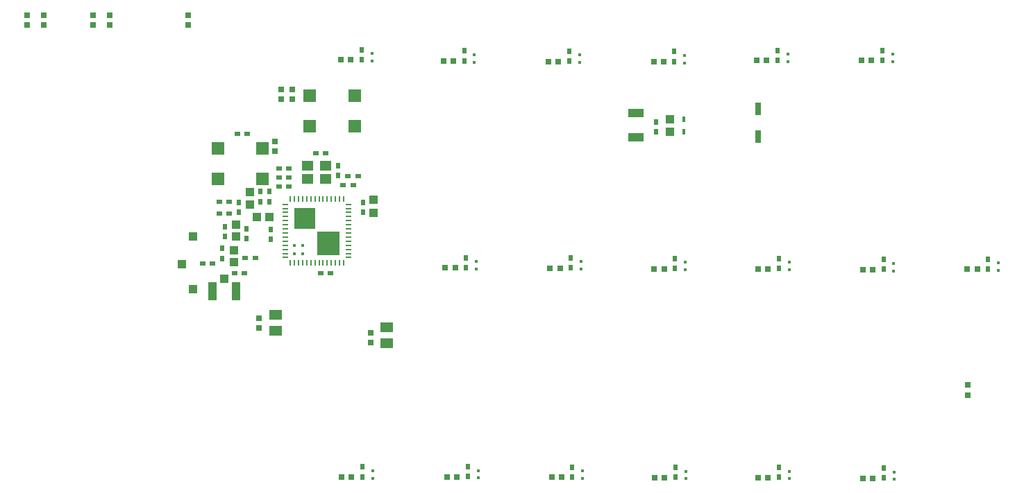
<source format=gbp>
G04 Layer_Color=128*
%FSLAX25Y25*%
%MOIN*%
G70*
G01*
G75*
%ADD62R,0.03937X0.03937*%
%ADD63R,0.02756X0.03150*%
%ADD64R,0.01575X0.01181*%
%ADD65R,0.03150X0.02756*%
%ADD66R,0.02362X0.03150*%
%ADD67R,0.05906X0.05118*%
%ADD68R,0.03150X0.02362*%
%ADD69R,0.04331X0.03937*%
%ADD70R,0.03937X0.04331*%
%ADD71R,0.05906X0.05906*%
%ADD72R,0.01378X0.01378*%
%ADD73R,0.10315X0.10315*%
%ADD74O,0.00984X0.02835*%
%ADD75O,0.02835X0.00984*%
%ADD76R,0.10906X0.11417*%
%ADD77R,0.05512X0.04724*%
%ADD78R,0.03150X0.06299*%
%ADD79R,0.01575X0.02559*%
%ADD80R,0.07480X0.03937*%
%ADD81R,0.04134X0.08661*%
%ADD82R,0.03937X0.04134*%
D62*
X-148740Y-8780D02*
D03*
Y16720D02*
D03*
X-154239Y3220D02*
D03*
X-62172Y34266D02*
D03*
Y27967D02*
D03*
X80020Y66831D02*
D03*
Y73130D02*
D03*
D63*
X223228Y-59547D02*
D03*
Y-54823D02*
D03*
X-151280Y118307D02*
D03*
Y123031D02*
D03*
X-63583Y-34252D02*
D03*
Y-29528D02*
D03*
X-106496Y82579D02*
D03*
Y87303D02*
D03*
X-101279Y87303D02*
D03*
Y82579D02*
D03*
X-196850Y123130D02*
D03*
Y118405D02*
D03*
X-188976Y123130D02*
D03*
Y118405D02*
D03*
X-228445Y123130D02*
D03*
Y118405D02*
D03*
X-220669Y123130D02*
D03*
Y118405D02*
D03*
X-109573Y57661D02*
D03*
Y62385D02*
D03*
X-117115Y-22795D02*
D03*
Y-27519D02*
D03*
D64*
X-12008Y-95933D02*
D03*
X-12008Y-99476D02*
D03*
X37484Y4528D02*
D03*
X37484Y984D02*
D03*
X136697Y104264D02*
D03*
X136697Y100721D02*
D03*
X-62598Y-96031D02*
D03*
X-62598Y-99575D02*
D03*
X-12894Y4543D02*
D03*
X-12894Y1000D02*
D03*
X187697Y-96610D02*
D03*
X187697Y-100154D02*
D03*
X-13713Y103953D02*
D03*
X-13713Y100409D02*
D03*
X87697Y-96216D02*
D03*
X87697Y-99760D02*
D03*
X137417Y-96284D02*
D03*
X137417Y-99827D02*
D03*
X-63008Y104610D02*
D03*
X-63008Y101067D02*
D03*
X38189Y-96102D02*
D03*
X38189Y-99646D02*
D03*
X237795Y3870D02*
D03*
X237795Y327D02*
D03*
X137386Y4150D02*
D03*
X137386Y606D02*
D03*
X87189Y103642D02*
D03*
X87189Y100098D02*
D03*
X187598Y3673D02*
D03*
X187598Y130D02*
D03*
X87484Y4150D02*
D03*
X87484Y606D02*
D03*
X36697Y103839D02*
D03*
X36697Y100295D02*
D03*
X187008Y104264D02*
D03*
X187008Y100721D02*
D03*
D65*
X176870Y101213D02*
D03*
X172146D02*
D03*
X-26870Y-98984D02*
D03*
X-22146D02*
D03*
X22622Y1476D02*
D03*
X27346D02*
D03*
X126559Y101213D02*
D03*
X121835D02*
D03*
X-77461Y-99083D02*
D03*
X-72736D02*
D03*
X-27756Y1492D02*
D03*
X-23031D02*
D03*
X177559Y-99661D02*
D03*
X172835D02*
D03*
X-28575Y100902D02*
D03*
X-23850D02*
D03*
X72835Y-99268D02*
D03*
X77559D02*
D03*
X127279Y-99335D02*
D03*
X122555D02*
D03*
X-77854Y101575D02*
D03*
X-73130D02*
D03*
X23327Y-99154D02*
D03*
X28051D02*
D03*
X222933Y819D02*
D03*
X227657D02*
D03*
X122524Y1098D02*
D03*
X127248D02*
D03*
X72327Y100591D02*
D03*
X77051D02*
D03*
X172736Y622D02*
D03*
X177461D02*
D03*
X72622Y1098D02*
D03*
X77346D02*
D03*
X21850Y100787D02*
D03*
X26575D02*
D03*
D66*
X-16929Y-94063D02*
D03*
Y-98787D02*
D03*
X32563Y6398D02*
D03*
Y1673D02*
D03*
X73425Y71653D02*
D03*
Y66929D02*
D03*
X131775Y106134D02*
D03*
Y101409D02*
D03*
X-67520Y-94161D02*
D03*
Y-98886D02*
D03*
X-17815Y6413D02*
D03*
Y1689D02*
D03*
X182775Y-94740D02*
D03*
Y-99465D02*
D03*
X-18634Y105823D02*
D03*
Y101098D02*
D03*
X82775Y-94346D02*
D03*
Y-99071D02*
D03*
X132496Y-94413D02*
D03*
Y-99138D02*
D03*
X-67929Y106480D02*
D03*
Y101756D02*
D03*
X33268Y-94232D02*
D03*
Y-98957D02*
D03*
X232874Y5740D02*
D03*
Y1016D02*
D03*
X132465Y6020D02*
D03*
Y1295D02*
D03*
X82268Y105512D02*
D03*
Y100787D02*
D03*
X182677Y5543D02*
D03*
Y819D02*
D03*
X82563Y6020D02*
D03*
Y1295D02*
D03*
X31776Y105709D02*
D03*
Y100984D02*
D03*
X-67290Y28361D02*
D03*
Y33085D02*
D03*
X-79101Y50802D02*
D03*
Y46077D02*
D03*
X-111384Y20093D02*
D03*
Y15369D02*
D03*
X-112172Y33479D02*
D03*
Y38203D02*
D03*
X-116502Y33479D02*
D03*
Y38203D02*
D03*
X-133465Y16634D02*
D03*
Y21358D02*
D03*
X-134744Y6102D02*
D03*
Y10827D02*
D03*
X-126772Y28346D02*
D03*
Y33071D02*
D03*
X-123228Y20472D02*
D03*
Y15748D02*
D03*
X182087Y106134D02*
D03*
Y101409D02*
D03*
D67*
X-55906Y-27067D02*
D03*
Y-34547D02*
D03*
X-109350Y-28642D02*
D03*
Y-21161D02*
D03*
D68*
X-128762Y-1084D02*
D03*
X-124037D02*
D03*
X-122736Y65945D02*
D03*
X-127461D02*
D03*
X-72014Y41353D02*
D03*
X-76738D02*
D03*
X-69652Y45684D02*
D03*
X-74376D02*
D03*
X-85169Y56775D02*
D03*
X-89894D02*
D03*
X-107447Y44896D02*
D03*
X-102723D02*
D03*
X-107447Y49227D02*
D03*
X-102723D02*
D03*
X-139486Y3738D02*
D03*
X-144211D02*
D03*
X-136187Y33479D02*
D03*
X-131463D02*
D03*
X-131496Y27756D02*
D03*
X-136221D02*
D03*
X-118996Y6201D02*
D03*
X-123721D02*
D03*
X-107447Y40566D02*
D03*
X-102723D02*
D03*
X-87599Y-1083D02*
D03*
X-82874D02*
D03*
D69*
X-118274Y25999D02*
D03*
X-112368D02*
D03*
D70*
X-128347Y16535D02*
D03*
Y22441D02*
D03*
X-129364Y4218D02*
D03*
Y10123D02*
D03*
X-121620Y32101D02*
D03*
Y38007D02*
D03*
D71*
X-137032Y59042D02*
D03*
X-137032Y44475D02*
D03*
X-115379Y59042D02*
D03*
Y44475D02*
D03*
X-71260Y69587D02*
D03*
X-71260Y84153D02*
D03*
X-92914Y69587D02*
D03*
Y84153D02*
D03*
D72*
X-100164Y8479D02*
D03*
X-96227D02*
D03*
X-100164Y12416D02*
D03*
X-96227D02*
D03*
D73*
X-95242Y25211D02*
D03*
D74*
X-76542Y34581D02*
D03*
X-78510D02*
D03*
X-80479D02*
D03*
X-82447D02*
D03*
X-84416D02*
D03*
X-86384D02*
D03*
X-88353D02*
D03*
X-90321D02*
D03*
X-92290D02*
D03*
X-94258D02*
D03*
X-96227D02*
D03*
X-98195D02*
D03*
X-100164D02*
D03*
X-102132D02*
D03*
Y4030D02*
D03*
X-100164D02*
D03*
X-98195D02*
D03*
X-96227D02*
D03*
X-94258D02*
D03*
X-92290D02*
D03*
X-90321D02*
D03*
X-88353D02*
D03*
X-86384D02*
D03*
X-84416D02*
D03*
X-82447D02*
D03*
X-80479D02*
D03*
X-78510D02*
D03*
X-76542D02*
D03*
D75*
X-104613Y32101D02*
D03*
Y30133D02*
D03*
Y28164D02*
D03*
Y26196D02*
D03*
Y24227D02*
D03*
Y22259D02*
D03*
Y20290D02*
D03*
Y18322D02*
D03*
Y16353D02*
D03*
Y14385D02*
D03*
Y12416D02*
D03*
Y10448D02*
D03*
Y8479D02*
D03*
Y6511D02*
D03*
X-74061D02*
D03*
Y8479D02*
D03*
Y10448D02*
D03*
Y12416D02*
D03*
Y14385D02*
D03*
Y16353D02*
D03*
Y18322D02*
D03*
Y20290D02*
D03*
Y22259D02*
D03*
Y24227D02*
D03*
Y26196D02*
D03*
Y28164D02*
D03*
Y30133D02*
D03*
Y32101D02*
D03*
D76*
X-83825Y13400D02*
D03*
D77*
X-94026Y50773D02*
D03*
X-85365Y44474D02*
D03*
X-85365Y50773D02*
D03*
X-94026Y44474D02*
D03*
D78*
X122343Y78051D02*
D03*
Y64665D02*
D03*
D79*
X86909Y66929D02*
D03*
Y72835D02*
D03*
D80*
X63878Y76083D02*
D03*
Y64272D02*
D03*
D81*
X-128071Y-9546D02*
D03*
X-139685D02*
D03*
D82*
X-133878Y-3542D02*
D03*
M02*

</source>
